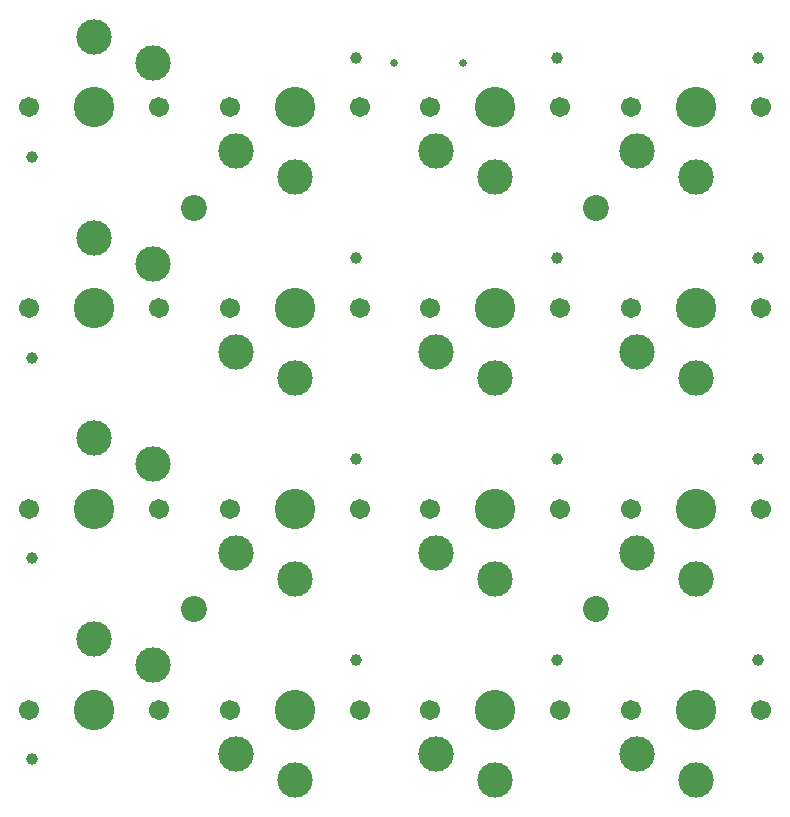
<source format=gbr>
%TF.GenerationSoftware,KiCad,Pcbnew,(6.0.4-0)*%
%TF.CreationDate,2023-09-21T22:39:34-05:00*%
%TF.ProjectId,kowgary16_cfx,6b6f7767-6172-4793-9136-5f6366782e6b,rev?*%
%TF.SameCoordinates,Original*%
%TF.FileFunction,NonPlated,1,2,NPTH,Drill*%
%TF.FilePolarity,Positive*%
%FSLAX46Y46*%
G04 Gerber Fmt 4.6, Leading zero omitted, Abs format (unit mm)*
G04 Created by KiCad (PCBNEW (6.0.4-0)) date 2023-09-21 22:39:34*
%MOMM*%
%LPD*%
G01*
G04 APERTURE LIST*
%TA.AperFunction,ComponentDrill*%
%ADD10C,0.650000*%
%TD*%
%TA.AperFunction,ComponentDrill*%
%ADD11C,0.990600*%
%TD*%
%TA.AperFunction,ComponentDrill*%
%ADD12C,1.701800*%
%TD*%
%TA.AperFunction,ComponentDrill*%
%ADD13C,2.200000*%
%TD*%
%TA.AperFunction,ComponentDrill*%
%ADD14C,3.000000*%
%TD*%
%TA.AperFunction,ComponentDrill*%
%ADD15C,3.429000*%
%TD*%
G04 APERTURE END LIST*
D10*
%TO.C,J1*%
X108318281Y-19604992D03*
X114098281Y-19604992D03*
D11*
%TO.C,SW1*%
X77654961Y-27574989D03*
%TO.C,SW11*%
X77654961Y-44574981D03*
%TO.C,SW21*%
X77654961Y-61574973D03*
%TO.C,SW31*%
X77654961Y-78574965D03*
%TO.C,SW2*%
X105094953Y-19174989D03*
%TO.C,SW12*%
X105094953Y-36174981D03*
%TO.C,SW22*%
X105094953Y-53174973D03*
%TO.C,SW32*%
X105094953Y-70174965D03*
%TO.C,SW3*%
X122094945Y-19174989D03*
%TO.C,SW13*%
X122094945Y-36174981D03*
%TO.C,SW23*%
X122094945Y-53174973D03*
%TO.C,SW33*%
X122094945Y-70174965D03*
%TO.C,SW4*%
X139094937Y-19174989D03*
%TO.C,SW14*%
X139094937Y-36174981D03*
%TO.C,SW24*%
X139094937Y-53174973D03*
%TO.C,SW34*%
X139094937Y-70174965D03*
D12*
%TO.C,SW1*%
X77374961Y-23374989D03*
%TO.C,SW11*%
X77374961Y-40374981D03*
%TO.C,SW21*%
X77374961Y-57374973D03*
%TO.C,SW31*%
X77374961Y-74374965D03*
%TO.C,SW1*%
X88374961Y-23374989D03*
%TO.C,SW11*%
X88374961Y-40374981D03*
%TO.C,SW21*%
X88374961Y-57374973D03*
%TO.C,SW31*%
X88374961Y-74374965D03*
%TO.C,SW2*%
X94374953Y-23374989D03*
%TO.C,SW12*%
X94374953Y-40374981D03*
%TO.C,SW22*%
X94374953Y-57374973D03*
%TO.C,SW32*%
X94374953Y-74374965D03*
%TO.C,SW2*%
X105374953Y-23374989D03*
%TO.C,SW12*%
X105374953Y-40374981D03*
%TO.C,SW22*%
X105374953Y-57374973D03*
%TO.C,SW32*%
X105374953Y-74374965D03*
%TO.C,SW3*%
X111374945Y-23374989D03*
%TO.C,SW13*%
X111374945Y-40374981D03*
%TO.C,SW23*%
X111374945Y-57374973D03*
%TO.C,SW33*%
X111374945Y-74374965D03*
%TO.C,SW3*%
X122374945Y-23374989D03*
%TO.C,SW13*%
X122374945Y-40374981D03*
%TO.C,SW23*%
X122374945Y-57374973D03*
%TO.C,SW33*%
X122374945Y-74374965D03*
%TO.C,SW4*%
X128374937Y-23374989D03*
%TO.C,SW14*%
X128374937Y-40374981D03*
%TO.C,SW24*%
X128374937Y-57374973D03*
%TO.C,SW34*%
X128374937Y-74374965D03*
%TO.C,SW4*%
X139374937Y-23374989D03*
%TO.C,SW14*%
X139374937Y-40374981D03*
%TO.C,SW24*%
X139374937Y-57374973D03*
%TO.C,SW34*%
X139374937Y-74374965D03*
D13*
%TO.C,H2*%
X91374957Y-31874985D03*
%TO.C,H3*%
X91374957Y-65874969D03*
%TO.C,H1*%
X125374941Y-31874985D03*
%TO.C,H4*%
X125374941Y-65874969D03*
D14*
%TO.C,SW1*%
X82874961Y-17424989D03*
%TO.C,SW11*%
X82874961Y-34424981D03*
%TO.C,SW21*%
X82874961Y-51424973D03*
%TO.C,SW31*%
X82874961Y-68424965D03*
%TO.C,SW1*%
X87874961Y-19624989D03*
%TO.C,SW11*%
X87874961Y-36624981D03*
%TO.C,SW21*%
X87874961Y-53624973D03*
%TO.C,SW31*%
X87874961Y-70624965D03*
%TO.C,SW2*%
X94874953Y-27124989D03*
%TO.C,SW12*%
X94874953Y-44124981D03*
%TO.C,SW22*%
X94874953Y-61124973D03*
%TO.C,SW32*%
X94874953Y-78124965D03*
%TO.C,SW2*%
X99874953Y-29324989D03*
%TO.C,SW12*%
X99874953Y-46324981D03*
%TO.C,SW22*%
X99874953Y-63324973D03*
%TO.C,SW32*%
X99874953Y-80324965D03*
%TO.C,SW3*%
X111874945Y-27124989D03*
%TO.C,SW13*%
X111874945Y-44124981D03*
%TO.C,SW23*%
X111874945Y-61124973D03*
%TO.C,SW33*%
X111874945Y-78124965D03*
%TO.C,SW3*%
X116874945Y-29324989D03*
%TO.C,SW13*%
X116874945Y-46324981D03*
%TO.C,SW23*%
X116874945Y-63324973D03*
%TO.C,SW33*%
X116874945Y-80324965D03*
%TO.C,SW4*%
X128874937Y-27124989D03*
%TO.C,SW14*%
X128874937Y-44124981D03*
%TO.C,SW24*%
X128874937Y-61124973D03*
%TO.C,SW34*%
X128874937Y-78124965D03*
%TO.C,SW4*%
X133874937Y-29324989D03*
%TO.C,SW14*%
X133874937Y-46324981D03*
%TO.C,SW24*%
X133874937Y-63324973D03*
%TO.C,SW34*%
X133874937Y-80324965D03*
D15*
%TO.C,SW1*%
X82874961Y-23374989D03*
%TO.C,SW11*%
X82874961Y-40374981D03*
%TO.C,SW21*%
X82874961Y-57374973D03*
%TO.C,SW31*%
X82874961Y-74374965D03*
%TO.C,SW2*%
X99874953Y-23374989D03*
%TO.C,SW12*%
X99874953Y-40374981D03*
%TO.C,SW22*%
X99874953Y-57374973D03*
%TO.C,SW32*%
X99874953Y-74374965D03*
%TO.C,SW3*%
X116874945Y-23374989D03*
%TO.C,SW13*%
X116874945Y-40374981D03*
%TO.C,SW23*%
X116874945Y-57374973D03*
%TO.C,SW33*%
X116874945Y-74374965D03*
%TO.C,SW4*%
X133874937Y-23374989D03*
%TO.C,SW14*%
X133874937Y-40374981D03*
%TO.C,SW24*%
X133874937Y-57374973D03*
%TO.C,SW34*%
X133874937Y-74374965D03*
M02*

</source>
